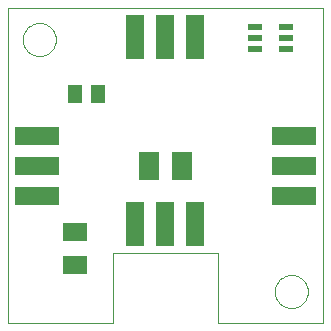
<source format=gtp>
G75*
%MOIN*%
%OFA0B0*%
%FSLAX24Y24*%
%IPPOS*%
%LPD*%
%AMOC8*
5,1,8,0,0,1.08239X$1,22.5*
%
%ADD10C,0.0000*%
%ADD11R,0.0787X0.0630*%
%ADD12R,0.0650X0.0949*%
%ADD13R,0.0600X0.1450*%
%ADD14R,0.1450X0.0600*%
%ADD15R,0.0500X0.0220*%
%ADD16R,0.0512X0.0591*%
D10*
X000100Y000100D02*
X003600Y000100D01*
X003600Y002430D01*
X007100Y002430D01*
X007100Y000100D01*
X010600Y000100D01*
X010600Y010600D01*
X000100Y010600D01*
X000100Y000100D01*
X000599Y009550D02*
X000601Y009597D01*
X000607Y009643D01*
X000617Y009689D01*
X000630Y009734D01*
X000648Y009777D01*
X000669Y009819D01*
X000693Y009859D01*
X000721Y009896D01*
X000752Y009931D01*
X000786Y009964D01*
X000822Y009993D01*
X000861Y010019D01*
X000902Y010042D01*
X000945Y010061D01*
X000989Y010077D01*
X001034Y010089D01*
X001080Y010097D01*
X001127Y010101D01*
X001173Y010101D01*
X001220Y010097D01*
X001266Y010089D01*
X001311Y010077D01*
X001355Y010061D01*
X001398Y010042D01*
X001439Y010019D01*
X001478Y009993D01*
X001514Y009964D01*
X001548Y009931D01*
X001579Y009896D01*
X001607Y009859D01*
X001631Y009819D01*
X001652Y009777D01*
X001670Y009734D01*
X001683Y009689D01*
X001693Y009643D01*
X001699Y009597D01*
X001701Y009550D01*
X001699Y009503D01*
X001693Y009457D01*
X001683Y009411D01*
X001670Y009366D01*
X001652Y009323D01*
X001631Y009281D01*
X001607Y009241D01*
X001579Y009204D01*
X001548Y009169D01*
X001514Y009136D01*
X001478Y009107D01*
X001439Y009081D01*
X001398Y009058D01*
X001355Y009039D01*
X001311Y009023D01*
X001266Y009011D01*
X001220Y009003D01*
X001173Y008999D01*
X001127Y008999D01*
X001080Y009003D01*
X001034Y009011D01*
X000989Y009023D01*
X000945Y009039D01*
X000902Y009058D01*
X000861Y009081D01*
X000822Y009107D01*
X000786Y009136D01*
X000752Y009169D01*
X000721Y009204D01*
X000693Y009241D01*
X000669Y009281D01*
X000648Y009323D01*
X000630Y009366D01*
X000617Y009411D01*
X000607Y009457D01*
X000601Y009503D01*
X000599Y009550D01*
X008999Y001150D02*
X009001Y001197D01*
X009007Y001243D01*
X009017Y001289D01*
X009030Y001334D01*
X009048Y001377D01*
X009069Y001419D01*
X009093Y001459D01*
X009121Y001496D01*
X009152Y001531D01*
X009186Y001564D01*
X009222Y001593D01*
X009261Y001619D01*
X009302Y001642D01*
X009345Y001661D01*
X009389Y001677D01*
X009434Y001689D01*
X009480Y001697D01*
X009527Y001701D01*
X009573Y001701D01*
X009620Y001697D01*
X009666Y001689D01*
X009711Y001677D01*
X009755Y001661D01*
X009798Y001642D01*
X009839Y001619D01*
X009878Y001593D01*
X009914Y001564D01*
X009948Y001531D01*
X009979Y001496D01*
X010007Y001459D01*
X010031Y001419D01*
X010052Y001377D01*
X010070Y001334D01*
X010083Y001289D01*
X010093Y001243D01*
X010099Y001197D01*
X010101Y001150D01*
X010099Y001103D01*
X010093Y001057D01*
X010083Y001011D01*
X010070Y000966D01*
X010052Y000923D01*
X010031Y000881D01*
X010007Y000841D01*
X009979Y000804D01*
X009948Y000769D01*
X009914Y000736D01*
X009878Y000707D01*
X009839Y000681D01*
X009798Y000658D01*
X009755Y000639D01*
X009711Y000623D01*
X009666Y000611D01*
X009620Y000603D01*
X009573Y000599D01*
X009527Y000599D01*
X009480Y000603D01*
X009434Y000611D01*
X009389Y000623D01*
X009345Y000639D01*
X009302Y000658D01*
X009261Y000681D01*
X009222Y000707D01*
X009186Y000736D01*
X009152Y000769D01*
X009121Y000804D01*
X009093Y000841D01*
X009069Y000881D01*
X009048Y000923D01*
X009030Y000966D01*
X009017Y001011D01*
X009007Y001057D01*
X009001Y001103D01*
X008999Y001150D01*
D11*
X002350Y002049D03*
X002350Y003151D03*
D12*
X004800Y005350D03*
X005900Y005350D03*
D13*
X006350Y003405D03*
X005350Y003405D03*
X004350Y003405D03*
X004350Y009625D03*
X005350Y009625D03*
X006350Y009625D03*
D14*
X009625Y006350D03*
X009625Y005350D03*
X009625Y004350D03*
X001075Y004350D03*
X001075Y005350D03*
X001075Y006350D03*
D15*
X008340Y009230D03*
X008340Y009600D03*
X008340Y009970D03*
X009360Y009970D03*
X009360Y009600D03*
X009360Y009230D03*
D16*
X003099Y007725D03*
X002351Y007725D03*
M02*

</source>
